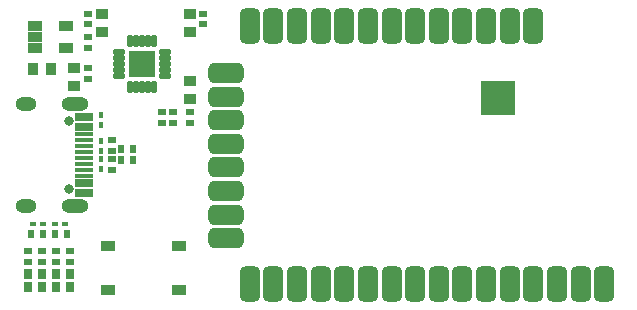
<source format=gts>
G04 Layer_Color=8388736*
%FSAX25Y25*%
%MOIN*%
G70*
G01*
G75*
G04:AMPARAMS|DCode=46|XSize=41.07mil|YSize=18.63mil|CornerRadius=5.33mil|HoleSize=0mil|Usage=FLASHONLY|Rotation=90.000|XOffset=0mil|YOffset=0mil|HoleType=Round|Shape=RoundedRectangle|*
%AMROUNDEDRECTD46*
21,1,0.04107,0.00797,0,0,90.0*
21,1,0.03041,0.01863,0,0,90.0*
1,1,0.01066,0.00399,0.01521*
1,1,0.01066,0.00399,-0.01521*
1,1,0.01066,-0.00399,-0.01521*
1,1,0.01066,-0.00399,0.01521*
%
%ADD46ROUNDEDRECTD46*%
G04:AMPARAMS|DCode=47|XSize=41.07mil|YSize=18.63mil|CornerRadius=5.33mil|HoleSize=0mil|Usage=FLASHONLY|Rotation=0.000|XOffset=0mil|YOffset=0mil|HoleType=Round|Shape=RoundedRectangle|*
%AMROUNDEDRECTD47*
21,1,0.04107,0.00797,0,0,0.0*
21,1,0.03041,0.01863,0,0,0.0*
1,1,0.01066,0.01521,-0.00399*
1,1,0.01066,-0.01521,-0.00399*
1,1,0.01066,-0.01521,0.00399*
1,1,0.01066,0.01521,0.00399*
%
%ADD47ROUNDEDRECTD47*%
%ADD48R,0.08674X0.08674*%
%ADD49R,0.04331X0.03543*%
%ADD50R,0.02756X0.02362*%
%ADD51R,0.11811X0.11811*%
G04:AMPARAMS|DCode=52|XSize=118.11mil|YSize=67.72mil|CornerRadius=18.9mil|HoleSize=0mil|Usage=FLASHONLY|Rotation=270.000|XOffset=0mil|YOffset=0mil|HoleType=Round|Shape=RoundedRectangle|*
%AMROUNDEDRECTD52*
21,1,0.11811,0.02992,0,0,270.0*
21,1,0.08031,0.06772,0,0,270.0*
1,1,0.03780,-0.01496,-0.04016*
1,1,0.03780,-0.01496,0.04016*
1,1,0.03780,0.01496,0.04016*
1,1,0.03780,0.01496,-0.04016*
%
%ADD52ROUNDEDRECTD52*%
G04:AMPARAMS|DCode=53|XSize=118.11mil|YSize=67.72mil|CornerRadius=18.9mil|HoleSize=0mil|Usage=FLASHONLY|Rotation=180.000|XOffset=0mil|YOffset=0mil|HoleType=Round|Shape=RoundedRectangle|*
%AMROUNDEDRECTD53*
21,1,0.11811,0.02992,0,0,180.0*
21,1,0.08031,0.06772,0,0,180.0*
1,1,0.03780,-0.04016,0.01496*
1,1,0.03780,0.04016,0.01496*
1,1,0.03780,0.04016,-0.01496*
1,1,0.03780,-0.04016,-0.01496*
%
%ADD53ROUNDEDRECTD53*%
%ADD54R,0.04737X0.03556*%
%ADD55R,0.05905X0.01575*%
%ADD56R,0.05905X0.02756*%
%ADD57R,0.03543X0.04331*%
%ADD58R,0.01784X0.02217*%
%ADD59R,0.01968X0.02756*%
%ADD60R,0.02768X0.03556*%
%ADD61R,0.02756X0.01968*%
%ADD62R,0.02217X0.01784*%
%ADD63R,0.04737X0.03753*%
%ADD64C,0.03150*%
%ADD65O,0.07099X0.04737*%
%ADD66O,0.09068X0.04737*%
D46*
X0140748Y0173878D02*
D03*
X0142717D02*
D03*
X0144685D02*
D03*
X0146653D02*
D03*
X0148622D02*
D03*
Y0189114D02*
D03*
X0146653D02*
D03*
X0144685D02*
D03*
X0142717D02*
D03*
X0140748D02*
D03*
D47*
X0137067Y0185433D02*
D03*
Y0183465D02*
D03*
Y0181496D02*
D03*
Y0179528D02*
D03*
Y0177559D02*
D03*
X0152303D02*
D03*
Y0179528D02*
D03*
Y0181496D02*
D03*
Y0183465D02*
D03*
Y0185433D02*
D03*
D48*
X0144685Y0181496D02*
D03*
D49*
X0160630Y0175787D02*
D03*
Y0169882D02*
D03*
X0160630Y0192323D02*
D03*
Y0198228D02*
D03*
X0131496Y0192323D02*
D03*
Y0198228D02*
D03*
X0122047Y0174213D02*
D03*
Y0180118D02*
D03*
D50*
X0160630Y0162008D02*
D03*
Y0165551D02*
D03*
X0155118Y0162008D02*
D03*
Y0165551D02*
D03*
X0151575Y0162008D02*
D03*
Y0165551D02*
D03*
X0164961Y0194685D02*
D03*
Y0198228D02*
D03*
X0126772Y0194685D02*
D03*
Y0198228D02*
D03*
Y0186811D02*
D03*
Y0190354D02*
D03*
Y0176575D02*
D03*
Y0180118D02*
D03*
X0134646Y0149803D02*
D03*
Y0146260D02*
D03*
Y0152559D02*
D03*
Y0156102D02*
D03*
D51*
X0263386Y0170276D02*
D03*
D52*
X0298819Y0108071D02*
D03*
X0290945D02*
D03*
X0283071D02*
D03*
X0275197D02*
D03*
X0267323D02*
D03*
X0259449D02*
D03*
X0251575D02*
D03*
X0243701D02*
D03*
X0235827D02*
D03*
X0227953D02*
D03*
X0220079D02*
D03*
X0212205D02*
D03*
X0204331D02*
D03*
X0196457D02*
D03*
X0188583D02*
D03*
X0180709D02*
D03*
Y0194291D02*
D03*
X0188583Y0194291D02*
D03*
X0196457Y0194291D02*
D03*
X0204331Y0194291D02*
D03*
X0212205D02*
D03*
X0220079D02*
D03*
X0227953D02*
D03*
X0235827Y0194291D02*
D03*
X0243701Y0194291D02*
D03*
X0251575D02*
D03*
X0259449D02*
D03*
X0267323D02*
D03*
X0275197Y0194291D02*
D03*
D53*
X0172835Y0123425D02*
D03*
Y0131299D02*
D03*
Y0139173D02*
D03*
Y0147047D02*
D03*
Y0154921D02*
D03*
Y0162795D02*
D03*
Y0170669D02*
D03*
Y0178543D02*
D03*
D54*
X0109055Y0194291D02*
D03*
Y0190551D02*
D03*
Y0186811D02*
D03*
X0119291D02*
D03*
Y0194291D02*
D03*
D55*
X0125452Y0158071D02*
D03*
Y0154134D02*
D03*
Y0148228D02*
D03*
X0125452Y0144291D02*
D03*
X0125452Y0146260D02*
D03*
Y0150197D02*
D03*
Y0152165D02*
D03*
Y0156102D02*
D03*
D56*
Y0141732D02*
D03*
Y0138583D02*
D03*
Y0160630D02*
D03*
Y0163779D02*
D03*
D57*
X0108465Y0179921D02*
D03*
X0114370D02*
D03*
D58*
X0131102Y0164646D02*
D03*
Y0161339D02*
D03*
Y0146378D02*
D03*
Y0149685D02*
D03*
Y0155984D02*
D03*
Y0152677D02*
D03*
D59*
X0137795Y0149606D02*
D03*
X0141732D02*
D03*
X0137795Y0153150D02*
D03*
X0141732D02*
D03*
X0119685Y0124803D02*
D03*
X0115748D02*
D03*
X0107874D02*
D03*
X0111811D02*
D03*
D60*
X0120866Y0107283D02*
D03*
Y0111614D02*
D03*
X0111417Y0107283D02*
D03*
Y0111614D02*
D03*
X0116142Y0107283D02*
D03*
Y0111614D02*
D03*
X0106693Y0107283D02*
D03*
Y0111614D02*
D03*
D61*
X0120866Y0115354D02*
D03*
Y0119291D02*
D03*
X0106693Y0115354D02*
D03*
Y0119291D02*
D03*
X0111417Y0115354D02*
D03*
Y0119291D02*
D03*
X0116142Y0115354D02*
D03*
Y0119291D02*
D03*
D62*
X0118976Y0128347D02*
D03*
X0115669D02*
D03*
X0108583D02*
D03*
X0111890D02*
D03*
D63*
X0133465Y0106228D02*
D03*
X0157087D02*
D03*
Y0120992D02*
D03*
X0133465D02*
D03*
D64*
X0120472Y0162598D02*
D03*
Y0139764D02*
D03*
D65*
X0106044Y0134153D02*
D03*
Y0168209D02*
D03*
D66*
X0122501Y0134153D02*
D03*
Y0168209D02*
D03*
M02*

</source>
